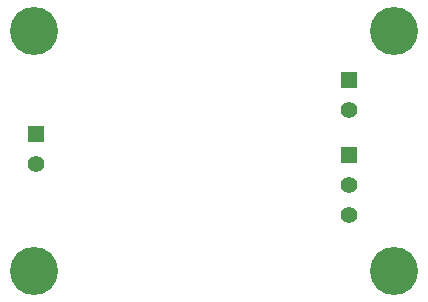
<source format=gbs>
G04 ( created by brdgerber.py ( brdgerber.py v0.1 2014-03-12 ) ) date 2021-11-30 02:51:56 EST*
G04 Gerber Fmt 3.4, Leading zero omitted, Abs format*
%MOIN*%
%FSLAX34Y34*%
G01*
G70*
G90*
G04 APERTURE LIST*
%ADD18R,0.0472X0.0216*%
%ADD15C,0.0550*%
%ADD14R,0.0550X0.0550*%
%ADD16C,0.1600*%
%ADD12R,0.0629X0.0709*%
%ADD10R,0.0709X0.0629*%
%ADD19R,0.0657X0.0614*%
%ADD11R,0.0866X0.0236*%
%ADD13R,0.0394X0.0315*%
%ADD17R,0.0600X0.0800*%
G04 APERTURE END LIST*
G54D18*
D14*
X-03500Y03350D03*
D15*
X-03500Y02350D03*
D14*
X-03500Y00850D03*
D15*
X-03500Y-00150D03*
D15*
X-03500Y-01150D03*
D16*
X-02000Y-03000D03*
D16*
X-02000Y05000D03*
D16*
X-14000Y05000D03*
D16*
X-14000Y-03000D03*
D14*
X-13950Y01550D03*
D15*
X-13950Y00550D03*
M02*

</source>
